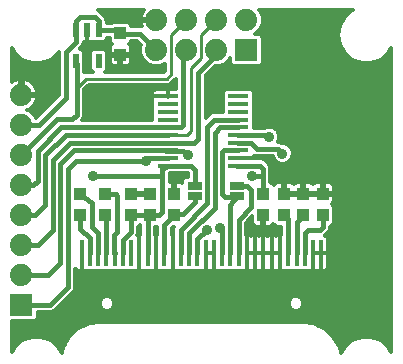
<source format=gbl>
G75*
%MOIN*%
%OFA0B0*%
%FSLAX24Y24*%
%IPPOS*%
%LPD*%
%AMOC8*
5,1,8,0,0,1.08239X$1,22.5*
%
%ADD10R,0.0138X0.0866*%
%ADD11R,0.0394X0.0433*%
%ADD12R,0.0740X0.0740*%
%ADD13C,0.0740*%
%ADD14R,0.0500X0.0250*%
%ADD15R,0.0217X0.0472*%
%ADD16R,0.0709X0.0157*%
%ADD17C,0.0160*%
%ADD18C,0.0350*%
%ADD19C,0.0130*%
%ADD20C,0.0100*%
D10*
X002729Y004953D03*
X003005Y004953D03*
X003280Y004953D03*
X003556Y004953D03*
X003831Y004953D03*
X004107Y004953D03*
X004382Y004953D03*
X004658Y004953D03*
X004934Y004953D03*
X005209Y004953D03*
X005485Y004953D03*
X005760Y004953D03*
X006036Y004953D03*
X006312Y004953D03*
X006587Y004953D03*
X006863Y004953D03*
X007138Y004953D03*
X007414Y004953D03*
X007690Y004953D03*
X007965Y004953D03*
X008241Y004953D03*
X008516Y004953D03*
X008792Y004953D03*
X009068Y004953D03*
X009343Y004953D03*
X009619Y004953D03*
X009894Y004953D03*
X010170Y004953D03*
X010445Y004953D03*
X010721Y004953D03*
D11*
X010775Y006221D03*
X010125Y006221D03*
X009475Y006221D03*
X008775Y006221D03*
X008775Y006929D03*
X009475Y006929D03*
X010125Y006929D03*
X010775Y006929D03*
X005815Y006929D03*
X005815Y006221D03*
X005025Y006221D03*
X004375Y006221D03*
X004375Y006929D03*
X005025Y006929D03*
X003525Y006929D03*
X003525Y006221D03*
X002675Y006221D03*
X002675Y006929D03*
X004025Y011571D03*
X004025Y012279D03*
D12*
X008225Y011725D03*
X000725Y003225D03*
D13*
X000725Y004225D03*
X000725Y005225D03*
X000725Y006225D03*
X000725Y007225D03*
X000725Y008225D03*
X000725Y009225D03*
X000725Y010225D03*
X005225Y011725D03*
X005225Y012725D03*
X006225Y012725D03*
X006225Y011725D03*
X007225Y011725D03*
X007225Y012725D03*
X008225Y012725D03*
D14*
X007925Y007202D03*
X007925Y006848D03*
X006505Y006848D03*
X006505Y007202D03*
D15*
X003299Y011363D03*
X002551Y011363D03*
X002551Y012387D03*
X002925Y012387D03*
X003299Y012387D03*
D16*
X005594Y010177D03*
X005594Y009921D03*
X005594Y009665D03*
X005594Y009409D03*
X005594Y009153D03*
X005594Y008897D03*
X005594Y008641D03*
X005594Y008385D03*
X005594Y008129D03*
X005594Y007873D03*
X007956Y007873D03*
X007956Y008129D03*
X007956Y008385D03*
X007956Y008641D03*
X007956Y008897D03*
X007956Y009153D03*
X007956Y009409D03*
X007956Y009665D03*
X007956Y009921D03*
X007956Y010177D03*
D17*
X007956Y009409D02*
X007159Y009409D01*
X006925Y009175D01*
X006925Y006625D01*
X006036Y005736D01*
X006036Y004953D01*
X006312Y004953D02*
X006312Y005612D01*
X007175Y006475D01*
X007175Y008975D01*
X007353Y009153D01*
X007956Y009153D01*
X007956Y008897D02*
X008903Y008897D01*
X008975Y008825D01*
X009275Y008425D02*
X008585Y008425D01*
X008369Y008641D01*
X007956Y008641D01*
X007956Y008385D02*
X007485Y008385D01*
X007425Y008325D01*
X007425Y006925D01*
X007525Y006825D01*
X007898Y006825D01*
X007925Y006848D01*
X007690Y006562D01*
X007690Y004953D01*
X007965Y004953D02*
X007965Y006075D01*
X008375Y006485D01*
X008375Y007075D01*
X008248Y007202D01*
X007925Y007202D01*
X008425Y007525D02*
X008725Y007525D01*
X008775Y007475D01*
X008775Y007775D01*
X008675Y007875D01*
X007908Y007875D01*
X007956Y007873D01*
X008775Y007475D02*
X008775Y006929D01*
X009475Y006221D02*
X009619Y006077D01*
X009619Y004953D01*
X009894Y004953D02*
X009894Y005990D01*
X010125Y006221D01*
X010275Y005725D02*
X010675Y005725D01*
X010775Y005825D01*
X010775Y006221D01*
X010275Y005725D02*
X010170Y005620D01*
X010170Y004953D01*
X007414Y004953D02*
X007414Y005736D01*
X007345Y005795D01*
X006915Y005715D02*
X006587Y005427D01*
X006587Y004953D01*
X005485Y004953D02*
X005485Y005881D01*
X005815Y006221D01*
X005871Y006221D01*
X005925Y006275D01*
X006125Y006275D01*
X006505Y006665D01*
X006505Y006848D01*
X006505Y007202D02*
X006515Y007725D01*
X006365Y007875D01*
X005545Y007875D01*
X005594Y007873D01*
X005425Y007755D01*
X005425Y007475D01*
X005375Y007525D01*
X003125Y007525D01*
X002734Y008025D02*
X004875Y008025D01*
X004975Y008125D01*
X005540Y008125D01*
X005594Y008129D01*
X005554Y008375D02*
X006125Y008375D01*
X006275Y008225D01*
X006491Y008641D02*
X006625Y008775D01*
X006625Y010975D01*
X007225Y011575D01*
X007225Y011725D01*
X006225Y011725D02*
X006125Y011625D01*
X006125Y009225D01*
X006053Y009153D01*
X005594Y009153D01*
X002053Y009153D01*
X001275Y008375D01*
X001275Y007375D01*
X001125Y007225D01*
X000725Y007225D01*
X001525Y006575D02*
X001175Y006225D01*
X000725Y006225D01*
X001525Y006575D02*
X001525Y008225D01*
X002197Y008897D01*
X005594Y008897D01*
X005594Y008641D02*
X006491Y008641D01*
X005594Y008641D02*
X002341Y008641D01*
X001775Y008075D01*
X001775Y005725D01*
X001275Y005225D01*
X000725Y005225D01*
X000725Y004225D02*
X001625Y004225D01*
X002025Y004625D01*
X002025Y007925D01*
X002485Y008385D01*
X005594Y008385D01*
X005554Y008375D01*
X005425Y007475D02*
X005425Y006325D01*
X005321Y006221D01*
X005025Y006221D01*
X004375Y006221D01*
X004375Y005675D01*
X004107Y005407D01*
X004107Y004953D01*
X003831Y004953D02*
X003825Y004959D01*
X003825Y005575D01*
X003925Y005675D01*
X003925Y006875D01*
X003871Y006929D01*
X003525Y006929D01*
X003075Y006629D02*
X002675Y006929D01*
X003075Y006629D02*
X003075Y005825D01*
X003280Y005620D01*
X003280Y004953D01*
X003005Y004953D02*
X003005Y005445D01*
X002675Y005775D01*
X002675Y006221D01*
X003525Y006221D02*
X003556Y006190D01*
X003556Y004953D01*
X004934Y004953D02*
X004934Y006129D01*
X005025Y006221D01*
X002734Y008025D02*
X002529Y008029D01*
X002275Y007775D01*
X002275Y003825D01*
X001675Y003225D01*
X000725Y003225D01*
X000725Y008225D02*
X001925Y009425D01*
X002425Y009425D01*
X002575Y009575D01*
X002575Y010475D01*
X002575Y011239D01*
X002551Y011363D01*
X002225Y011675D02*
X002551Y012001D01*
X002551Y012387D01*
X002551Y012701D01*
X002675Y012825D01*
X003175Y012825D01*
X003299Y012701D01*
X003299Y012387D01*
X003917Y012387D01*
X004025Y012279D01*
X004029Y012275D01*
X004675Y012275D01*
X005225Y011725D01*
X002225Y011675D02*
X002225Y010125D01*
X001325Y009225D01*
X000725Y009225D01*
X009275Y008425D02*
X009425Y008275D01*
D18*
X009425Y008275D03*
X008975Y008825D03*
X008425Y007525D03*
X007345Y005795D03*
X006915Y005715D03*
X004875Y008025D03*
X006275Y008225D03*
X007025Y009875D03*
X003125Y007525D03*
X011325Y010025D03*
D19*
X000395Y002690D02*
X000395Y001657D01*
X000498Y001835D01*
X000498Y001835D01*
X000498Y001835D01*
X000750Y002047D01*
X000750Y002047D01*
X001060Y002160D01*
X001390Y002160D01*
X001700Y002047D01*
X001700Y002047D01*
X001952Y001835D01*
X002076Y001620D01*
X002117Y001815D01*
X002321Y002173D01*
X002321Y002173D01*
X002626Y002451D01*
X003001Y002621D01*
X003001Y002621D01*
X003147Y002637D01*
X003155Y002645D01*
X003216Y002645D01*
X003276Y002652D01*
X003285Y002645D01*
X010173Y002645D01*
X010175Y002647D01*
X010189Y002645D01*
X010295Y002645D01*
X010309Y002632D01*
X010447Y002616D01*
X010447Y002616D01*
X010822Y002447D01*
X010822Y002447D01*
X011125Y002170D01*
X011125Y002170D01*
X011329Y001813D01*
X011329Y001813D01*
X011370Y001614D01*
X011498Y001835D01*
X011498Y001835D01*
X011498Y001835D01*
X011750Y002047D01*
X011750Y002047D01*
X012060Y002160D01*
X012390Y002160D01*
X012700Y002047D01*
X012700Y002047D01*
X012952Y001835D01*
X012952Y001835D01*
X013055Y001657D01*
X013055Y011793D01*
X012952Y011615D01*
X012952Y011615D01*
X012952Y011615D01*
X012700Y011403D01*
X012700Y011403D01*
X012390Y011290D01*
X012060Y011290D01*
X011750Y011403D01*
X011750Y011403D01*
X011498Y011615D01*
X011498Y011615D01*
X011333Y011900D01*
X011333Y011900D01*
X011276Y012225D01*
X011276Y012225D01*
X011333Y012550D01*
X011333Y012550D01*
X011498Y012835D01*
X011498Y012835D01*
X011498Y012835D01*
X011750Y013047D01*
X011750Y013047D01*
X011772Y013055D01*
X008652Y013055D01*
X008679Y013028D01*
X008760Y012831D01*
X008760Y012619D01*
X008679Y012422D01*
X008528Y012271D01*
X008500Y012260D01*
X008663Y012260D01*
X008760Y012163D01*
X008760Y011287D01*
X008663Y011190D01*
X007787Y011190D01*
X007690Y011287D01*
X007690Y011450D01*
X007679Y011422D01*
X007528Y011271D01*
X007331Y011190D01*
X007186Y011190D01*
X006870Y010874D01*
X006870Y009466D01*
X007020Y009617D01*
X007110Y009654D01*
X007437Y009654D01*
X007437Y010324D01*
X007533Y010420D01*
X008379Y010420D01*
X008475Y010324D01*
X008475Y009142D01*
X008852Y009142D01*
X008907Y009165D01*
X009043Y009165D01*
X009168Y009113D01*
X009263Y009018D01*
X009315Y008893D01*
X009315Y008757D01*
X009279Y008670D01*
X009324Y008670D01*
X009414Y008633D01*
X009431Y008615D01*
X009493Y008615D01*
X009618Y008563D01*
X009713Y008468D01*
X009765Y008343D01*
X009765Y008207D01*
X009713Y008082D01*
X009618Y007987D01*
X009493Y007935D01*
X013055Y007935D01*
X013055Y007807D02*
X009020Y007807D01*
X009020Y007824D02*
X008983Y007914D01*
X008883Y008014D01*
X008814Y008083D01*
X008724Y008120D01*
X008475Y008120D01*
X008475Y008129D01*
X007956Y008129D01*
X007956Y008129D01*
X008475Y008129D01*
X008475Y008205D01*
X008536Y008180D01*
X009096Y008180D01*
X009137Y008082D01*
X009232Y007987D01*
X009357Y007935D01*
X008961Y007935D01*
X009020Y007824D02*
X009020Y007311D01*
X009040Y007311D01*
X009131Y007220D01*
X009146Y007247D01*
X009177Y007278D01*
X009214Y007300D01*
X009256Y007311D01*
X009442Y007311D01*
X009442Y006963D01*
X009508Y006963D01*
X009508Y007311D01*
X009694Y007311D01*
X009736Y007300D01*
X009773Y007278D01*
X009800Y007251D01*
X009827Y007278D01*
X009864Y007300D01*
X009906Y007311D01*
X010092Y007311D01*
X010092Y006963D01*
X010158Y006963D01*
X010158Y007311D01*
X010344Y007311D01*
X010386Y007300D01*
X010423Y007278D01*
X010450Y007251D01*
X010477Y007278D01*
X010514Y007300D01*
X010556Y007311D01*
X010742Y007311D01*
X010742Y006963D01*
X010808Y006963D01*
X010808Y007311D01*
X010994Y007311D01*
X011036Y007300D01*
X011073Y007278D01*
X011104Y007247D01*
X011126Y007210D01*
X011137Y007168D01*
X011137Y006963D01*
X010808Y006963D01*
X010808Y006896D01*
X011137Y006896D01*
X011137Y006691D01*
X011126Y006649D01*
X011104Y006611D01*
X011073Y006581D01*
X011066Y006577D01*
X011137Y006506D01*
X011137Y005936D01*
X011040Y005839D01*
X011020Y005839D01*
X011020Y005776D01*
X010983Y005686D01*
X010914Y005617D01*
X010840Y005543D01*
X010854Y005539D01*
X010891Y005518D01*
X010922Y005487D01*
X010944Y005449D01*
X010955Y005407D01*
X010955Y004953D01*
X010721Y004953D01*
X010721Y004953D01*
X010445Y004953D01*
X010445Y004953D01*
X010445Y004354D01*
X010355Y004354D01*
X010317Y004365D01*
X010307Y004354D01*
X010033Y004354D01*
X010032Y004355D01*
X010032Y004354D01*
X009757Y004354D01*
X009756Y004355D01*
X009756Y004354D01*
X009481Y004354D01*
X009471Y004365D01*
X009434Y004354D01*
X009343Y004354D01*
X009343Y004953D01*
X009343Y005551D01*
X009252Y005551D01*
X009211Y005539D01*
X009205Y005536D01*
X009200Y005539D01*
X009158Y005551D01*
X009068Y005551D01*
X009068Y004953D01*
X009068Y004953D01*
X009343Y004953D01*
X009343Y004953D01*
X009343Y005551D01*
X009374Y005551D01*
X009374Y005839D01*
X009210Y005839D01*
X009119Y005930D01*
X009104Y005903D01*
X009073Y005872D01*
X009036Y005850D01*
X008994Y005839D01*
X008808Y005839D01*
X008808Y006187D01*
X008742Y006187D01*
X008742Y005839D01*
X008556Y005839D01*
X008514Y005850D01*
X008477Y005872D01*
X008446Y005903D01*
X008424Y005940D01*
X008413Y005982D01*
X008413Y006177D01*
X008210Y005974D01*
X008210Y005551D01*
X008241Y005551D01*
X008241Y004953D01*
X008241Y004953D01*
X008516Y004953D01*
X008516Y005551D01*
X008426Y005551D01*
X008384Y005539D01*
X008379Y005536D01*
X008373Y005539D01*
X008331Y005551D01*
X008241Y005551D01*
X008241Y004953D01*
X008241Y004953D01*
X008282Y004953D01*
X008516Y004953D01*
X008516Y004953D01*
X008516Y004953D01*
X008516Y005551D01*
X008607Y005551D01*
X008649Y005539D01*
X008654Y005536D01*
X008659Y005539D01*
X008701Y005551D01*
X008792Y005551D01*
X008792Y004953D01*
X008792Y004953D01*
X008792Y005551D01*
X008883Y005551D01*
X008925Y005539D01*
X008930Y005536D01*
X008935Y005539D01*
X008977Y005551D01*
X009068Y005551D01*
X009068Y004953D01*
X009068Y004953D01*
X009109Y004953D01*
X009343Y004953D01*
X009343Y004953D01*
X009343Y004953D01*
X009343Y004354D01*
X009252Y004354D01*
X009211Y004366D01*
X009205Y004369D01*
X009200Y004366D01*
X009158Y004354D01*
X009068Y004354D01*
X009068Y004953D01*
X009068Y004953D01*
X008792Y004953D01*
X008792Y004953D01*
X008792Y004953D01*
X008516Y004953D01*
X008516Y004953D01*
X008516Y004953D01*
X008516Y004354D01*
X008426Y004354D01*
X008384Y004366D01*
X008379Y004369D01*
X008373Y004366D01*
X008331Y004354D01*
X008241Y004354D01*
X008241Y004953D01*
X008241Y004953D01*
X008241Y004354D01*
X008150Y004354D01*
X008112Y004365D01*
X008102Y004354D01*
X007828Y004354D01*
X007827Y004355D01*
X007827Y004354D01*
X007552Y004354D01*
X007552Y004355D01*
X007551Y004354D01*
X007277Y004354D01*
X007267Y004365D01*
X007229Y004354D01*
X007138Y004354D01*
X007138Y004953D01*
X007138Y004953D01*
X006863Y004953D01*
X006863Y004953D01*
X006904Y004953D01*
X007138Y004953D01*
X007138Y004953D01*
X007138Y004354D01*
X007048Y004354D01*
X007006Y004366D01*
X007001Y004369D01*
X006995Y004366D01*
X006953Y004354D01*
X006863Y004354D01*
X006863Y004953D01*
X006863Y004953D01*
X006863Y004354D01*
X006772Y004354D01*
X006735Y004365D01*
X006724Y004354D01*
X006450Y004354D01*
X006449Y004355D01*
X006449Y004354D01*
X006174Y004354D01*
X006174Y004355D01*
X006173Y004354D01*
X005899Y004354D01*
X005889Y004365D01*
X005851Y004354D01*
X005760Y004354D01*
X005760Y004953D01*
X005760Y005551D01*
X005730Y005551D01*
X005730Y005781D01*
X005786Y005839D01*
X005814Y005839D01*
X005791Y005785D01*
X005791Y005551D01*
X005760Y005551D01*
X005760Y004953D01*
X005760Y004953D01*
X005760Y004953D01*
X005760Y004354D01*
X005670Y004354D01*
X005632Y004365D01*
X005622Y004354D01*
X005348Y004354D01*
X005338Y004365D01*
X005300Y004354D01*
X005209Y004354D01*
X005209Y004953D01*
X005209Y005551D01*
X005179Y005551D01*
X005179Y005839D01*
X005240Y005839D01*
X005240Y005551D01*
X005209Y005551D01*
X005209Y004953D01*
X005209Y004953D01*
X005209Y004953D01*
X005209Y004354D01*
X005119Y004354D01*
X005081Y004365D01*
X005071Y004354D01*
X004796Y004354D01*
X004786Y004365D01*
X004749Y004354D01*
X004658Y004354D01*
X004658Y004953D01*
X004658Y005551D01*
X004589Y005551D01*
X004620Y005626D01*
X004620Y005839D01*
X004640Y005839D01*
X004689Y005888D01*
X004689Y005551D01*
X004658Y005551D01*
X004658Y004953D01*
X004658Y004953D01*
X004658Y004953D01*
X004658Y004354D01*
X004567Y004354D01*
X004530Y004365D01*
X004520Y004354D01*
X004245Y004354D01*
X004245Y004355D01*
X004244Y004354D01*
X003970Y004354D01*
X003969Y004355D01*
X003969Y004354D01*
X003694Y004354D01*
X003694Y004355D01*
X003693Y004354D01*
X003418Y004354D01*
X003418Y004355D01*
X003417Y004354D01*
X003143Y004354D01*
X003142Y004355D01*
X003142Y004354D01*
X002867Y004354D01*
X002857Y004365D01*
X002820Y004354D01*
X002729Y004354D01*
X002729Y004953D01*
X002729Y004953D01*
X002729Y004354D01*
X002638Y004354D01*
X002596Y004366D01*
X002559Y004387D01*
X002528Y004418D01*
X002520Y004432D01*
X002520Y003776D01*
X002483Y003686D01*
X001883Y003086D01*
X001814Y003017D01*
X001724Y002980D01*
X001260Y002980D01*
X001260Y002787D01*
X001163Y002690D01*
X000395Y002690D01*
X000395Y002667D02*
X013055Y002667D01*
X013055Y002795D02*
X001260Y002795D01*
X001260Y002924D02*
X013055Y002924D01*
X013055Y003052D02*
X009963Y003052D01*
X009923Y003036D02*
X010013Y003073D01*
X010081Y003141D01*
X010118Y003231D01*
X010118Y003328D01*
X010081Y003417D01*
X010013Y003486D01*
X009923Y003523D01*
X009826Y003523D01*
X009737Y003486D01*
X009668Y003417D01*
X009631Y003328D01*
X009631Y003231D01*
X009668Y003141D01*
X009737Y003073D01*
X009826Y003036D01*
X009923Y003036D01*
X009786Y003052D02*
X003664Y003052D01*
X003624Y003036D02*
X003713Y003073D01*
X003782Y003141D01*
X003819Y003231D01*
X003819Y003328D01*
X003782Y003417D01*
X003713Y003486D01*
X003624Y003523D01*
X003527Y003523D01*
X003437Y003486D01*
X003369Y003417D01*
X003332Y003328D01*
X003332Y003231D01*
X003369Y003141D01*
X003437Y003073D01*
X003527Y003036D01*
X003624Y003036D01*
X003487Y003052D02*
X001848Y003052D01*
X001977Y003181D02*
X003353Y003181D01*
X003332Y003309D02*
X002105Y003309D01*
X002234Y003438D02*
X003389Y003438D01*
X003762Y003438D02*
X009688Y003438D01*
X009631Y003309D02*
X003819Y003309D01*
X003798Y003181D02*
X009652Y003181D01*
X010097Y003181D02*
X013055Y003181D01*
X013055Y003309D02*
X010118Y003309D01*
X010061Y003438D02*
X013055Y003438D01*
X013055Y003566D02*
X002362Y003566D01*
X002486Y003695D02*
X013055Y003695D01*
X013055Y003823D02*
X002520Y003823D01*
X002520Y003952D02*
X013055Y003952D01*
X013055Y004080D02*
X002520Y004080D01*
X002520Y004209D02*
X013055Y004209D01*
X013055Y004337D02*
X002520Y004337D01*
X002729Y004466D02*
X002729Y004466D01*
X002729Y004594D02*
X002729Y004594D01*
X002729Y004723D02*
X002729Y004723D01*
X002729Y004851D02*
X002729Y004851D01*
X004618Y005622D02*
X004689Y005622D01*
X004689Y005751D02*
X004620Y005751D01*
X004680Y005879D02*
X004689Y005879D01*
X004658Y005494D02*
X004658Y005494D01*
X004658Y005365D02*
X004658Y005365D01*
X004658Y005237D02*
X004658Y005237D01*
X004658Y005108D02*
X004658Y005108D01*
X004658Y004980D02*
X004658Y004980D01*
X004658Y004851D02*
X004658Y004851D01*
X004658Y004723D02*
X004658Y004723D01*
X004658Y004594D02*
X004658Y004594D01*
X004658Y004466D02*
X004658Y004466D01*
X005209Y004466D02*
X005209Y004466D01*
X005209Y004594D02*
X005209Y004594D01*
X005209Y004723D02*
X005209Y004723D01*
X005209Y004851D02*
X005209Y004851D01*
X005209Y004980D02*
X005209Y004980D01*
X005209Y005108D02*
X005209Y005108D01*
X005209Y005237D02*
X005209Y005237D01*
X005209Y005365D02*
X005209Y005365D01*
X005209Y005494D02*
X005209Y005494D01*
X005179Y005622D02*
X005240Y005622D01*
X005240Y005751D02*
X005179Y005751D01*
X005730Y005751D02*
X005791Y005751D01*
X005791Y005622D02*
X005730Y005622D01*
X005760Y005494D02*
X005760Y005494D01*
X005760Y005365D02*
X005760Y005365D01*
X005760Y005237D02*
X005760Y005237D01*
X005760Y005108D02*
X005760Y005108D01*
X005760Y004980D02*
X005760Y004980D01*
X005760Y004851D02*
X005760Y004851D01*
X005760Y004723D02*
X005760Y004723D01*
X005760Y004594D02*
X005760Y004594D01*
X005760Y004466D02*
X005760Y004466D01*
X006863Y004466D02*
X006863Y004466D01*
X006863Y004594D02*
X006863Y004594D01*
X006863Y004723D02*
X006863Y004723D01*
X006863Y004851D02*
X006863Y004851D01*
X007138Y004851D02*
X007138Y004851D01*
X007138Y004723D02*
X007138Y004723D01*
X007138Y004594D02*
X007138Y004594D01*
X007138Y004466D02*
X007138Y004466D01*
X008241Y004466D02*
X008241Y004466D01*
X008241Y004594D02*
X008241Y004594D01*
X008241Y004723D02*
X008241Y004723D01*
X008241Y004851D02*
X008241Y004851D01*
X008241Y004980D02*
X008241Y004980D01*
X008241Y005108D02*
X008241Y005108D01*
X008241Y005237D02*
X008241Y005237D01*
X008241Y005365D02*
X008241Y005365D01*
X008241Y005494D02*
X008241Y005494D01*
X008210Y005622D02*
X009374Y005622D01*
X009374Y005751D02*
X008210Y005751D01*
X008210Y005879D02*
X008470Y005879D01*
X008413Y006008D02*
X008244Y006008D01*
X008373Y006136D02*
X008413Y006136D01*
X008742Y006136D02*
X008808Y006136D01*
X008808Y006008D02*
X008742Y006008D01*
X008742Y005879D02*
X008808Y005879D01*
X009080Y005879D02*
X009170Y005879D01*
X009068Y005494D02*
X009068Y005494D01*
X009068Y005365D02*
X009068Y005365D01*
X009068Y005237D02*
X009068Y005237D01*
X009068Y005108D02*
X009068Y005108D01*
X009068Y004980D02*
X009068Y004980D01*
X009068Y004953D02*
X008834Y004953D01*
X008792Y004953D01*
X008558Y004953D01*
X008516Y004953D01*
X008516Y004354D01*
X008607Y004354D01*
X008649Y004366D01*
X008654Y004369D01*
X008659Y004366D01*
X008701Y004354D01*
X008792Y004354D01*
X008883Y004354D01*
X008925Y004366D01*
X008930Y004369D01*
X008935Y004366D01*
X008977Y004354D01*
X009068Y004354D01*
X009068Y004953D01*
X009068Y004953D01*
X009068Y004851D02*
X009068Y004851D01*
X009068Y004723D02*
X009068Y004723D01*
X009068Y004594D02*
X009068Y004594D01*
X009068Y004466D02*
X009068Y004466D01*
X009343Y004466D02*
X009343Y004466D01*
X009343Y004594D02*
X009343Y004594D01*
X009343Y004723D02*
X009343Y004723D01*
X009343Y004851D02*
X009343Y004851D01*
X009343Y004980D02*
X009343Y004980D01*
X009343Y005108D02*
X009343Y005108D01*
X009343Y005237D02*
X009343Y005237D01*
X009343Y005365D02*
X009343Y005365D01*
X009343Y005494D02*
X009343Y005494D01*
X008792Y005494D02*
X008792Y005494D01*
X008792Y005365D02*
X008792Y005365D01*
X008792Y005237D02*
X008792Y005237D01*
X008792Y005108D02*
X008792Y005108D01*
X008792Y004980D02*
X008792Y004980D01*
X008792Y004953D02*
X008792Y004354D01*
X008792Y004953D01*
X008792Y004953D01*
X008792Y004851D02*
X008792Y004851D01*
X008792Y004723D02*
X008792Y004723D01*
X008792Y004594D02*
X008792Y004594D01*
X008792Y004466D02*
X008792Y004466D01*
X008516Y004466D02*
X008516Y004466D01*
X008516Y004594D02*
X008516Y004594D01*
X008516Y004723D02*
X008516Y004723D01*
X008516Y004851D02*
X008516Y004851D01*
X008516Y004980D02*
X008516Y004980D01*
X008516Y005108D02*
X008516Y005108D01*
X008516Y005237D02*
X008516Y005237D01*
X008516Y005365D02*
X008516Y005365D01*
X008516Y005494D02*
X008516Y005494D01*
X009508Y006896D02*
X009508Y006963D01*
X010092Y006963D01*
X010092Y006896D01*
X009763Y006896D01*
X009508Y006896D01*
X009508Y006907D02*
X010092Y006907D01*
X010158Y006907D02*
X010742Y006907D01*
X010742Y006896D02*
X010158Y006896D01*
X010158Y006963D01*
X010487Y006963D01*
X010742Y006963D01*
X010742Y006896D01*
X010808Y006907D02*
X013055Y006907D01*
X013055Y006779D02*
X011137Y006779D01*
X011126Y006650D02*
X013055Y006650D01*
X013055Y006522D02*
X011121Y006522D01*
X011137Y006393D02*
X013055Y006393D01*
X013055Y006265D02*
X011137Y006265D01*
X011137Y006136D02*
X013055Y006136D01*
X013055Y006008D02*
X011137Y006008D01*
X011080Y005879D02*
X013055Y005879D01*
X013055Y005751D02*
X011009Y005751D01*
X010918Y005622D02*
X013055Y005622D01*
X013055Y005494D02*
X010915Y005494D01*
X010955Y005365D02*
X013055Y005365D01*
X013055Y005237D02*
X010955Y005237D01*
X010955Y005108D02*
X013055Y005108D01*
X013055Y004980D02*
X010955Y004980D01*
X010955Y004953D02*
X010721Y004953D01*
X010721Y004953D01*
X010679Y004953D01*
X010445Y004953D01*
X010445Y004953D01*
X010445Y004354D01*
X010536Y004354D01*
X010578Y004366D01*
X010583Y004369D01*
X010588Y004366D01*
X010630Y004354D01*
X010721Y004354D01*
X010721Y004953D01*
X010721Y004953D01*
X010721Y004354D01*
X010812Y004354D01*
X010854Y004366D01*
X010891Y004387D01*
X010922Y004418D01*
X010944Y004456D01*
X010955Y004498D01*
X010955Y004953D01*
X010955Y004851D02*
X013055Y004851D01*
X013055Y004723D02*
X010955Y004723D01*
X010955Y004594D02*
X013055Y004594D01*
X013055Y004466D02*
X010946Y004466D01*
X010721Y004466D02*
X010721Y004466D01*
X010721Y004594D02*
X010721Y004594D01*
X010721Y004723D02*
X010721Y004723D01*
X010721Y004851D02*
X010721Y004851D01*
X010445Y004851D02*
X010445Y004851D01*
X010445Y004723D02*
X010445Y004723D01*
X010445Y004594D02*
X010445Y004594D01*
X010445Y004466D02*
X010445Y004466D01*
X010620Y002538D02*
X013055Y002538D01*
X013055Y002410D02*
X010863Y002410D01*
X011004Y002281D02*
X013055Y002281D01*
X013055Y002153D02*
X012410Y002153D01*
X012040Y002153D02*
X011135Y002153D01*
X011209Y002024D02*
X011723Y002024D01*
X011569Y001896D02*
X011282Y001896D01*
X011338Y001767D02*
X011458Y001767D01*
X011384Y001639D02*
X011365Y001639D01*
X012727Y002024D02*
X013055Y002024D01*
X013055Y001896D02*
X012881Y001896D01*
X012992Y001767D02*
X013055Y001767D01*
X013055Y007036D02*
X011137Y007036D01*
X011137Y007164D02*
X013055Y007164D01*
X013055Y007293D02*
X011048Y007293D01*
X010808Y007293D02*
X010742Y007293D01*
X010742Y007164D02*
X010808Y007164D01*
X010808Y007036D02*
X010742Y007036D01*
X010502Y007293D02*
X010398Y007293D01*
X010158Y007293D02*
X010092Y007293D01*
X010092Y007164D02*
X010158Y007164D01*
X010158Y007036D02*
X010092Y007036D01*
X009852Y007293D02*
X009748Y007293D01*
X009508Y007293D02*
X009442Y007293D01*
X009442Y007164D02*
X009508Y007164D01*
X009508Y007036D02*
X009442Y007036D01*
X009202Y007293D02*
X009059Y007293D01*
X009020Y007421D02*
X013055Y007421D01*
X013055Y007550D02*
X009020Y007550D01*
X009020Y007678D02*
X013055Y007678D01*
X013055Y008064D02*
X009694Y008064D01*
X009759Y008192D02*
X013055Y008192D01*
X013055Y008321D02*
X009765Y008321D01*
X009721Y008449D02*
X013055Y008449D01*
X013055Y008578D02*
X009583Y008578D01*
X009294Y008706D02*
X013055Y008706D01*
X013055Y008835D02*
X009315Y008835D01*
X009286Y008963D02*
X013055Y008963D01*
X013055Y009092D02*
X009189Y009092D01*
X008475Y009220D02*
X013055Y009220D01*
X013055Y009349D02*
X008475Y009349D01*
X008475Y009477D02*
X013055Y009477D01*
X013055Y009606D02*
X008475Y009606D01*
X008475Y009734D02*
X013055Y009734D01*
X013055Y009863D02*
X008475Y009863D01*
X008475Y009991D02*
X013055Y009991D01*
X013055Y010120D02*
X008475Y010120D01*
X008475Y010248D02*
X013055Y010248D01*
X013055Y010377D02*
X008423Y010377D01*
X007490Y010377D02*
X006870Y010377D01*
X006870Y010505D02*
X013055Y010505D01*
X013055Y010634D02*
X006870Y010634D01*
X006870Y010762D02*
X013055Y010762D01*
X013055Y010891D02*
X006887Y010891D01*
X007016Y011019D02*
X013055Y011019D01*
X013055Y011148D02*
X007144Y011148D01*
X007533Y011276D02*
X007701Y011276D01*
X007690Y011405D02*
X007661Y011405D01*
X008561Y012304D02*
X011290Y012304D01*
X011284Y012176D02*
X008748Y012176D01*
X008760Y012047D02*
X011307Y012047D01*
X011330Y011919D02*
X008760Y011919D01*
X008760Y011790D02*
X011396Y011790D01*
X011471Y011662D02*
X008760Y011662D01*
X008760Y011533D02*
X011595Y011533D01*
X011748Y011405D02*
X008760Y011405D01*
X008749Y011276D02*
X013055Y011276D01*
X013055Y011405D02*
X012702Y011405D01*
X012855Y011533D02*
X013055Y011533D01*
X013055Y011662D02*
X012979Y011662D01*
X013054Y011790D02*
X013055Y011790D01*
X011630Y012947D02*
X008712Y012947D01*
X008760Y012818D02*
X011488Y012818D01*
X011414Y012690D02*
X008760Y012690D01*
X008736Y012561D02*
X011339Y012561D01*
X011312Y012433D02*
X008683Y012433D01*
X007437Y010248D02*
X006870Y010248D01*
X006870Y010120D02*
X007437Y010120D01*
X007437Y009991D02*
X006870Y009991D01*
X006870Y009863D02*
X007437Y009863D01*
X007437Y009734D02*
X006870Y009734D01*
X006870Y009606D02*
X007009Y009606D01*
X006881Y009477D02*
X006870Y009477D01*
X005880Y010177D02*
X005594Y010177D01*
X005594Y010177D01*
X005594Y010420D01*
X005880Y010420D01*
X005880Y010776D01*
X005790Y010686D01*
X005664Y010560D01*
X002964Y010560D01*
X002820Y010416D01*
X002820Y009526D01*
X002783Y009436D01*
X002744Y009398D01*
X005075Y009398D01*
X005075Y010068D01*
X005076Y010070D01*
X005075Y010076D01*
X005075Y010177D01*
X005594Y010177D01*
X005594Y010420D01*
X005218Y010420D01*
X005176Y010409D01*
X005138Y010387D01*
X005108Y010357D01*
X005086Y010319D01*
X005075Y010277D01*
X005075Y010177D01*
X005594Y010177D01*
X005880Y010177D01*
X005880Y010177D01*
X005594Y010177D02*
X005594Y010177D01*
X005594Y010177D01*
X005594Y010164D01*
X005594Y010164D01*
X005594Y010177D01*
X005594Y010177D01*
X005594Y010248D02*
X005594Y010248D01*
X005594Y010377D02*
X005594Y010377D01*
X005738Y010634D02*
X005880Y010634D01*
X005866Y010762D02*
X005880Y010762D01*
X005880Y010505D02*
X002909Y010505D01*
X002820Y010377D02*
X005127Y010377D01*
X005075Y010248D02*
X002820Y010248D01*
X002820Y010120D02*
X005075Y010120D01*
X005075Y009991D02*
X002820Y009991D01*
X002820Y009863D02*
X005075Y009863D01*
X005075Y009734D02*
X002820Y009734D01*
X002820Y009606D02*
X005075Y009606D01*
X005075Y009477D02*
X002800Y009477D01*
X001980Y010226D02*
X001224Y009470D01*
X001203Y009470D01*
X001179Y009528D01*
X001028Y009679D01*
X000917Y009725D01*
X000930Y009729D01*
X001005Y009767D01*
X001074Y009817D01*
X001133Y009876D01*
X001183Y009945D01*
X001221Y010020D01*
X001247Y010100D01*
X001260Y010183D01*
X001260Y010190D01*
X000760Y010190D01*
X000760Y010260D01*
X000690Y010260D01*
X000690Y010760D01*
X000683Y010760D01*
X000600Y010747D01*
X000520Y010721D01*
X000445Y010683D01*
X000395Y010647D01*
X000395Y011793D01*
X000498Y011615D01*
X000498Y011615D01*
X000750Y011403D01*
X001060Y011290D01*
X001390Y011290D01*
X001700Y011403D01*
X001952Y011615D01*
X001980Y011663D01*
X001980Y010226D01*
X001980Y010248D02*
X000760Y010248D01*
X000760Y010260D02*
X001260Y010260D01*
X001260Y010267D01*
X001247Y010350D01*
X001221Y010430D01*
X001183Y010505D01*
X001980Y010505D01*
X001980Y010377D02*
X001238Y010377D01*
X001183Y010505D02*
X001133Y010574D01*
X001074Y010633D01*
X001005Y010683D01*
X000930Y010721D01*
X000850Y010747D01*
X000767Y010760D01*
X000760Y010760D01*
X000760Y010260D01*
X000760Y010377D02*
X000690Y010377D01*
X000690Y010505D02*
X000760Y010505D01*
X000760Y010634D02*
X000690Y010634D01*
X000395Y010762D02*
X001980Y010762D01*
X001980Y010634D02*
X001073Y010634D01*
X001250Y010120D02*
X001873Y010120D01*
X001745Y009991D02*
X001206Y009991D01*
X001119Y009863D02*
X001616Y009863D01*
X001488Y009734D02*
X000940Y009734D01*
X001101Y009606D02*
X001359Y009606D01*
X001231Y009477D02*
X001200Y009477D01*
X001980Y010891D02*
X000395Y010891D01*
X000395Y011019D02*
X001980Y011019D01*
X001980Y011148D02*
X000395Y011148D01*
X000395Y011276D02*
X001980Y011276D01*
X001980Y011405D02*
X001702Y011405D01*
X001700Y011403D02*
X001700Y011403D01*
X001855Y011533D02*
X001980Y011533D01*
X001952Y011615D02*
X001952Y011615D01*
X001952Y011615D01*
X001979Y011662D02*
X001980Y011662D01*
X002661Y011764D02*
X002690Y011793D01*
X002759Y011862D01*
X002796Y011952D01*
X002796Y011986D01*
X002925Y011986D01*
X003055Y011986D01*
X003097Y011997D01*
X003106Y012002D01*
X003122Y011986D01*
X003476Y011986D01*
X003572Y012082D01*
X003572Y012142D01*
X003663Y012142D01*
X003663Y011994D01*
X003734Y011923D01*
X003727Y011919D01*
X003696Y011889D01*
X003674Y011851D01*
X003663Y011809D01*
X003663Y011604D01*
X003992Y011604D01*
X003992Y011537D01*
X004058Y011537D01*
X004058Y011189D01*
X004244Y011189D01*
X004286Y011200D01*
X004323Y011222D01*
X004354Y011253D01*
X004376Y011290D01*
X004387Y011332D01*
X004387Y011537D01*
X004058Y011537D01*
X004058Y011604D01*
X004387Y011604D01*
X004387Y011809D01*
X004376Y011851D01*
X004354Y011889D01*
X004323Y011919D01*
X004316Y011923D01*
X004387Y011994D01*
X004387Y012030D01*
X004574Y012030D01*
X004714Y011889D01*
X004690Y011831D01*
X004690Y011619D01*
X004771Y011422D01*
X004922Y011271D01*
X005119Y011190D01*
X005331Y011190D01*
X005510Y011264D01*
X005510Y011014D01*
X005486Y010990D01*
X003504Y010990D01*
X003572Y011059D01*
X003572Y011668D01*
X003476Y011764D01*
X003122Y011764D01*
X003026Y011668D01*
X003026Y011059D01*
X003094Y010990D01*
X002820Y010990D01*
X002820Y011054D01*
X002824Y011059D01*
X002824Y011235D01*
X002825Y011238D01*
X002824Y011241D01*
X002824Y011668D01*
X002728Y011764D01*
X002661Y011764D01*
X002687Y011790D02*
X003663Y011790D01*
X003663Y011662D02*
X003572Y011662D01*
X003572Y011533D02*
X003663Y011533D01*
X003663Y011537D02*
X003663Y011332D01*
X003674Y011290D01*
X003696Y011253D01*
X003727Y011222D01*
X003764Y011200D01*
X003806Y011189D01*
X003992Y011189D01*
X003992Y011537D01*
X003663Y011537D01*
X003663Y011405D02*
X003572Y011405D01*
X003572Y011276D02*
X003683Y011276D01*
X003572Y011148D02*
X005510Y011148D01*
X005510Y011019D02*
X003533Y011019D01*
X003992Y011276D02*
X004058Y011276D01*
X004058Y011405D02*
X003992Y011405D01*
X003992Y011533D02*
X004058Y011533D01*
X004367Y011276D02*
X004917Y011276D01*
X004789Y011405D02*
X004387Y011405D01*
X004387Y011533D02*
X004725Y011533D01*
X004690Y011662D02*
X004387Y011662D01*
X004387Y011790D02*
X004690Y011790D01*
X004685Y011919D02*
X004324Y011919D01*
X003726Y011919D02*
X002782Y011919D01*
X002925Y011986D02*
X002925Y012387D01*
X002925Y011986D01*
X002925Y012047D02*
X002925Y012047D01*
X002925Y012176D02*
X002925Y012176D01*
X002925Y012304D02*
X002925Y012304D01*
X002925Y012387D02*
X002925Y012387D01*
X003544Y012750D02*
X003507Y012840D01*
X003438Y012909D01*
X003314Y013033D01*
X003260Y013055D01*
X004803Y013055D01*
X004767Y013005D01*
X004729Y012930D01*
X004703Y012850D01*
X004690Y012767D01*
X004690Y012760D01*
X005190Y012760D01*
X005190Y012690D01*
X004690Y012690D01*
X004690Y012683D01*
X004703Y012600D01*
X004729Y012520D01*
X004730Y012517D01*
X004724Y012520D01*
X004387Y012520D01*
X004387Y012564D01*
X004290Y012661D01*
X003760Y012661D01*
X003731Y012632D01*
X003572Y012632D01*
X003572Y012691D01*
X003544Y012720D01*
X003544Y012750D01*
X003572Y012690D02*
X004690Y012690D01*
X004698Y012818D02*
X003516Y012818D01*
X003400Y012947D02*
X004737Y012947D01*
X004716Y012561D02*
X004387Y012561D01*
X003663Y012047D02*
X003537Y012047D01*
X003026Y011662D02*
X002824Y011662D01*
X002824Y011533D02*
X003026Y011533D01*
X003026Y011405D02*
X002824Y011405D01*
X002824Y011276D02*
X003026Y011276D01*
X003026Y011148D02*
X002824Y011148D01*
X002820Y011019D02*
X003065Y011019D01*
X000750Y011403D02*
X000750Y011403D01*
X000748Y011405D02*
X000395Y011405D01*
X000395Y011533D02*
X000595Y011533D01*
X000471Y011662D02*
X000395Y011662D01*
X000395Y011790D02*
X000396Y011790D01*
X004408Y006963D02*
X004663Y006963D01*
X004992Y006963D01*
X004992Y006896D01*
X004408Y006896D01*
X004408Y006963D01*
X004408Y006907D02*
X004992Y006907D01*
X005670Y007311D02*
X005670Y007627D01*
X005673Y007630D01*
X006017Y007630D01*
X006264Y007630D01*
X006268Y007625D01*
X006266Y007492D01*
X006187Y007492D01*
X006090Y007396D01*
X006090Y007291D01*
X006076Y007300D01*
X006034Y007311D01*
X005848Y007311D01*
X005848Y006963D01*
X005782Y006963D01*
X005782Y007311D01*
X005670Y007311D01*
X005670Y007421D02*
X006116Y007421D01*
X006090Y007293D02*
X006088Y007293D01*
X005848Y007293D02*
X005782Y007293D01*
X005782Y007164D02*
X005848Y007164D01*
X005848Y007036D02*
X005782Y007036D01*
X005670Y007550D02*
X006267Y007550D01*
X006017Y007630D02*
X006017Y007630D01*
X008475Y008192D02*
X008507Y008192D01*
X008833Y008064D02*
X009156Y008064D01*
X009357Y007935D02*
X009493Y007935D01*
X002817Y002538D02*
X000395Y002538D01*
X000395Y002410D02*
X002580Y002410D01*
X002439Y002281D02*
X000395Y002281D01*
X000395Y002153D02*
X001040Y002153D01*
X000723Y002024D02*
X000395Y002024D01*
X000395Y001896D02*
X000569Y001896D01*
X000458Y001767D02*
X000395Y001767D01*
X001410Y002153D02*
X002309Y002153D01*
X002236Y002024D02*
X001727Y002024D01*
X001881Y001896D02*
X002162Y001896D01*
X002107Y001767D02*
X001992Y001767D01*
X002066Y001639D02*
X002080Y001639D01*
D20*
X007875Y007842D02*
X007956Y007873D01*
X006375Y009025D02*
X006375Y011125D01*
X006725Y011475D01*
X006725Y012225D01*
X007225Y012725D01*
X006225Y012725D02*
X005725Y012225D01*
X005725Y010925D01*
X005575Y010775D01*
X002875Y010775D01*
X002575Y010475D01*
X005594Y008897D02*
X006247Y008897D01*
X006375Y009025D01*
M02*

</source>
